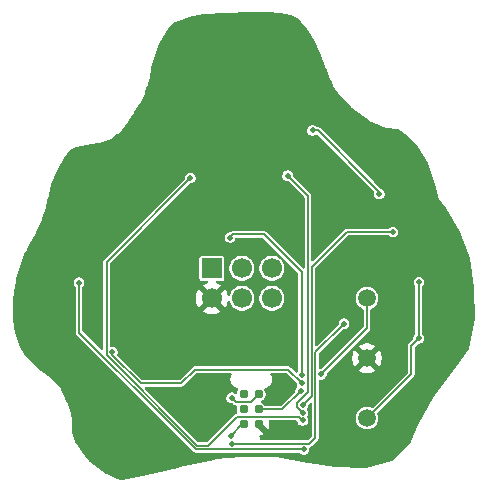
<source format=gbl>
G04 #@! TF.GenerationSoftware,KiCad,Pcbnew,9.0.2*
G04 #@! TF.CreationDate,2025-06-26T14:39:59-07:00*
G04 #@! TF.ProjectId,pawb_sao,70617762-5f73-4616-9f2e-6b696361645f,rev?*
G04 #@! TF.SameCoordinates,Original*
G04 #@! TF.FileFunction,Copper,L2,Bot*
G04 #@! TF.FilePolarity,Positive*
%FSLAX46Y46*%
G04 Gerber Fmt 4.6, Leading zero omitted, Abs format (unit mm)*
G04 Created by KiCad (PCBNEW 9.0.2) date 2025-06-26 14:39:59*
%MOMM*%
%LPD*%
G01*
G04 APERTURE LIST*
G04 #@! TA.AperFunction,SMDPad,CuDef*
%ADD10C,1.500000*%
G04 #@! TD*
G04 #@! TA.AperFunction,ComponentPad*
%ADD11R,1.700000X1.700000*%
G04 #@! TD*
G04 #@! TA.AperFunction,ComponentPad*
%ADD12C,1.700000*%
G04 #@! TD*
G04 #@! TA.AperFunction,ConnectorPad*
%ADD13C,0.787400*%
G04 #@! TD*
G04 #@! TA.AperFunction,ViaPad*
%ADD14C,0.500000*%
G04 #@! TD*
G04 #@! TA.AperFunction,Conductor*
%ADD15C,0.160000*%
G04 #@! TD*
G04 APERTURE END LIST*
D10*
X182480000Y-94760000D03*
D11*
X169350002Y-92235001D03*
D12*
X169350002Y-94775001D03*
X171890002Y-92235001D03*
X171890002Y-94775001D03*
X174430003Y-92235000D03*
X174430002Y-94775001D03*
D13*
X172039000Y-105450000D03*
X173309000Y-105450000D03*
X172039000Y-104180000D03*
X173309000Y-104180000D03*
X172039000Y-102910000D03*
X173309000Y-102910000D03*
D10*
X182480000Y-99840000D03*
X182480000Y-104920000D03*
D14*
X186850000Y-98160000D03*
X186880000Y-93380000D03*
X170980000Y-106400000D03*
X174090000Y-103460000D03*
X175320000Y-99890000D03*
X167300000Y-92180000D03*
X176250000Y-96960000D03*
X167420000Y-103480000D03*
X175290000Y-88380000D03*
X167870000Y-98490000D03*
X174150000Y-106320000D03*
X158090000Y-93439998D03*
X177150000Y-107560000D03*
X177027426Y-105112970D03*
X167530000Y-84580000D03*
X177051716Y-104453415D03*
X175770000Y-84380000D03*
X177073123Y-103793760D03*
X184680000Y-89140000D03*
X183521000Y-85930000D03*
X177870000Y-80560000D03*
X176980000Y-101970000D03*
X160920000Y-99340000D03*
X170900000Y-89620000D03*
X176960000Y-101270000D03*
X171090000Y-107070000D03*
X180530000Y-96920000D03*
X178603000Y-101200000D03*
X176860454Y-102619085D03*
X171020000Y-103190000D03*
D15*
X186230000Y-101170000D02*
X186230000Y-98780000D01*
X186230000Y-98780000D02*
X186850000Y-98160000D01*
X186850000Y-98160000D02*
X186850000Y-93410000D01*
X172039000Y-105450000D02*
X171930000Y-105450000D01*
X182480000Y-104920000D02*
X186230000Y-101170000D01*
X171930000Y-105450000D02*
X170980000Y-106400000D01*
X186850000Y-93410000D02*
X186880000Y-93380000D01*
X173309000Y-105479000D02*
X174150000Y-106320000D01*
X173309000Y-105450000D02*
X173309000Y-105479000D01*
X167991659Y-107560000D02*
X177150000Y-107560000D01*
X158090000Y-93439998D02*
X158090000Y-97658340D01*
X158110000Y-97678341D02*
X158120830Y-97689170D01*
X165865629Y-105433970D02*
X167991659Y-107560000D01*
X158090000Y-97658340D02*
X158120830Y-97689170D01*
X158120830Y-97689170D02*
X165865629Y-105433970D01*
X176719222Y-104815300D02*
X177016892Y-105112970D01*
X168124622Y-107239000D02*
X169040000Y-107239000D01*
X169040000Y-107239000D02*
X171463700Y-104815300D01*
X171463700Y-104815300D02*
X176719222Y-104815300D01*
X177016892Y-105112970D02*
X177027426Y-105112970D01*
X167530000Y-84580000D02*
X160429000Y-91681000D01*
X160429000Y-91681000D02*
X160429000Y-99543379D01*
X160429000Y-99543379D02*
X168124622Y-107239000D01*
X177471000Y-86081000D02*
X175770000Y-84380000D01*
X177038399Y-104453415D02*
X176582123Y-103997139D01*
X177051716Y-104453415D02*
X177038399Y-104453415D01*
X176582123Y-103997139D02*
X176582123Y-103590381D01*
X176582123Y-103590381D02*
X177471000Y-102701504D01*
X177471000Y-102701504D02*
X177471000Y-86081000D01*
X184680000Y-89140000D02*
X180780000Y-89140000D01*
X177792000Y-103074883D02*
X177073123Y-103793760D01*
X180780000Y-89140000D02*
X177792000Y-92128000D01*
X177792000Y-92128000D02*
X177792000Y-103074883D01*
X182832733Y-85072733D02*
X178320000Y-80560000D01*
X182832733Y-85072733D02*
X183521000Y-85761000D01*
X178320000Y-80560000D02*
X177870000Y-80560000D01*
X183521000Y-85761000D02*
X183521000Y-85930000D01*
X176965621Y-101970000D02*
X176980000Y-101970000D01*
X160920000Y-99580417D02*
X160920000Y-99340000D01*
X167886300Y-100813700D02*
X175809321Y-100813700D01*
X166730000Y-101970000D02*
X163309583Y-101970000D01*
X175809321Y-100813700D02*
X176965621Y-101970000D01*
X163309583Y-101970000D02*
X160920000Y-99580417D01*
X166730000Y-101970000D02*
X167886300Y-100813700D01*
X176960000Y-101270000D02*
X176960000Y-92578000D01*
X171170000Y-89350000D02*
X173732000Y-89350000D01*
X176960000Y-92578000D02*
X173732000Y-89350000D01*
X170900000Y-89620000D02*
X171170000Y-89350000D01*
X177600000Y-107070000D02*
X178113000Y-106557000D01*
X178113000Y-99337000D02*
X180530000Y-96920000D01*
X171090000Y-107070000D02*
X177600000Y-107070000D01*
X178113000Y-106557000D02*
X178113000Y-102230000D01*
X178113000Y-102230000D02*
X178113000Y-99337000D01*
X175299539Y-104180000D02*
X176860454Y-102619085D01*
X182480000Y-97323000D02*
X182480000Y-94760000D01*
X178603000Y-101200000D02*
X182480000Y-97323000D01*
X173309000Y-104180000D02*
X175299539Y-104180000D01*
X173309000Y-102910000D02*
X172674300Y-103544700D01*
X172674300Y-103544700D02*
X171374700Y-103544700D01*
X171374700Y-103544700D02*
X171020000Y-103190000D01*
G04 #@! TA.AperFunction,Conductor*
G36*
X170998701Y-101113107D02*
G01*
X171034665Y-101162607D01*
X171034665Y-101223793D01*
X171022826Y-101248198D01*
X171015404Y-101259307D01*
X170997078Y-101286733D01*
X170940860Y-101422456D01*
X170940860Y-101422458D01*
X170912200Y-101566542D01*
X170912200Y-101713457D01*
X170940860Y-101857541D01*
X170940860Y-101857543D01*
X170997078Y-101993266D01*
X170997078Y-101993267D01*
X171021160Y-102029307D01*
X171078699Y-102115420D01*
X171182580Y-102219301D01*
X171304731Y-102300920D01*
X171304732Y-102300920D01*
X171304733Y-102300921D01*
X171326374Y-102309885D01*
X171440458Y-102357140D01*
X171518267Y-102372616D01*
X171571650Y-102402512D01*
X171597267Y-102458077D01*
X171585331Y-102518087D01*
X171568960Y-102539714D01*
X171563524Y-102545150D01*
X171563518Y-102545157D01*
X171485295Y-102680642D01*
X171458343Y-102781230D01*
X171425018Y-102832545D01*
X171367897Y-102854471D01*
X171308796Y-102838635D01*
X171302006Y-102833137D01*
X171301759Y-102833460D01*
X171296608Y-102829507D01*
X171193889Y-102770202D01*
X171193890Y-102770202D01*
X171180351Y-102766574D01*
X171079309Y-102739500D01*
X170960691Y-102739500D01*
X170890567Y-102758289D01*
X170846109Y-102770202D01*
X170743391Y-102829507D01*
X170659507Y-102913391D01*
X170600202Y-103016109D01*
X170593888Y-103039673D01*
X170569500Y-103130691D01*
X170569500Y-103249309D01*
X170576342Y-103274842D01*
X170600202Y-103363890D01*
X170659507Y-103466608D01*
X170659509Y-103466610D01*
X170659511Y-103466613D01*
X170743387Y-103550489D01*
X170743389Y-103550490D01*
X170743391Y-103550492D01*
X170846110Y-103609797D01*
X170846111Y-103609797D01*
X170846114Y-103609799D01*
X170960691Y-103640500D01*
X171032805Y-103640500D01*
X171090996Y-103659407D01*
X171102809Y-103669496D01*
X171150244Y-103716931D01*
X171150243Y-103716931D01*
X171176918Y-103743605D01*
X171202469Y-103769156D01*
X171266431Y-103806084D01*
X171337772Y-103825200D01*
X171389888Y-103825200D01*
X171448079Y-103844107D01*
X171484043Y-103893607D01*
X171485515Y-103949823D01*
X171485294Y-103950646D01*
X171485294Y-103950647D01*
X171444800Y-104101772D01*
X171444800Y-104258228D01*
X171485294Y-104409353D01*
X171486974Y-104415621D01*
X171484009Y-104416415D01*
X171487814Y-104464873D01*
X171455836Y-104517036D01*
X171417178Y-104537370D01*
X171355434Y-104553914D01*
X171355433Y-104553914D01*
X171291466Y-104590846D01*
X168952810Y-106929504D01*
X168898293Y-106957281D01*
X168882806Y-106958500D01*
X168281817Y-106958500D01*
X168223626Y-106939593D01*
X168211813Y-106929504D01*
X166012331Y-104730022D01*
X163701811Y-102419503D01*
X163674035Y-102364987D01*
X163683606Y-102304555D01*
X163726871Y-102261290D01*
X163771816Y-102250500D01*
X166766930Y-102250500D01*
X166766930Y-102250499D01*
X166838269Y-102231384D01*
X166854138Y-102222222D01*
X166902231Y-102194456D01*
X166954456Y-102142231D01*
X166954457Y-102142228D01*
X167539791Y-101556895D01*
X167973492Y-101123196D01*
X168028008Y-101095419D01*
X168043495Y-101094200D01*
X170940510Y-101094200D01*
X170998701Y-101113107D01*
G37*
G04 #@! TD.AperFunction*
G04 #@! TA.AperFunction,Conductor*
G36*
X177778445Y-103581867D02*
G01*
X177821710Y-103625132D01*
X177832500Y-103670077D01*
X177832500Y-106399806D01*
X177813593Y-106457997D01*
X177803504Y-106469809D01*
X177512811Y-106760503D01*
X177458294Y-106788281D01*
X177442807Y-106789500D01*
X173518800Y-106789500D01*
X173460609Y-106770593D01*
X173424645Y-106721093D01*
X173419800Y-106690500D01*
X173419800Y-106646547D01*
X173419799Y-106646542D01*
X173405347Y-106573886D01*
X173391140Y-106502458D01*
X173376996Y-106468313D01*
X173372196Y-106407318D01*
X173404166Y-106355149D01*
X173449147Y-106333331D01*
X173569681Y-106309355D01*
X173732330Y-106241983D01*
X173732332Y-106241982D01*
X173741380Y-106235935D01*
X173202226Y-105696781D01*
X173174449Y-105642264D01*
X173184020Y-105581832D01*
X173202226Y-105556773D01*
X173308999Y-105450000D01*
X173309000Y-105450000D01*
X173309000Y-105449999D01*
X173415773Y-105343226D01*
X173470290Y-105315449D01*
X173530722Y-105325020D01*
X173555781Y-105343226D01*
X174094935Y-105882380D01*
X174100982Y-105873332D01*
X174100983Y-105873330D01*
X174168355Y-105710681D01*
X174202699Y-105538024D01*
X174202700Y-105538020D01*
X174202700Y-105361979D01*
X174202699Y-105361977D01*
X174173287Y-105214115D01*
X174180479Y-105153353D01*
X174222011Y-105108423D01*
X174270385Y-105095800D01*
X176480468Y-105095800D01*
X176538659Y-105114707D01*
X176574623Y-105164207D01*
X176576095Y-105169177D01*
X176607628Y-105286860D01*
X176666933Y-105389578D01*
X176666935Y-105389580D01*
X176666937Y-105389583D01*
X176750813Y-105473459D01*
X176750815Y-105473460D01*
X176750817Y-105473462D01*
X176853536Y-105532767D01*
X176853537Y-105532767D01*
X176853540Y-105532769D01*
X176968117Y-105563470D01*
X176968119Y-105563470D01*
X177086733Y-105563470D01*
X177086735Y-105563470D01*
X177201312Y-105532769D01*
X177201314Y-105532767D01*
X177201316Y-105532767D01*
X177304034Y-105473462D01*
X177304034Y-105473461D01*
X177304039Y-105473459D01*
X177387915Y-105389583D01*
X177392476Y-105381684D01*
X177447223Y-105286860D01*
X177447223Y-105286858D01*
X177447225Y-105286856D01*
X177477926Y-105172279D01*
X177477926Y-105053661D01*
X177447225Y-104939084D01*
X177395868Y-104850133D01*
X177383147Y-104790285D01*
X177408033Y-104734390D01*
X177411577Y-104730655D01*
X177412205Y-104730028D01*
X177412207Y-104730023D01*
X177412209Y-104730022D01*
X177471513Y-104627305D01*
X177471513Y-104627303D01*
X177471515Y-104627301D01*
X177502216Y-104512724D01*
X177502216Y-104394106D01*
X177471515Y-104279529D01*
X177471513Y-104279526D01*
X177471513Y-104279524D01*
X177419068Y-104188687D01*
X177406346Y-104128839D01*
X177429978Y-104075760D01*
X177429663Y-104075519D01*
X177430670Y-104074205D01*
X177431233Y-104072943D01*
X177433357Y-104070704D01*
X177433608Y-104070376D01*
X177433612Y-104070373D01*
X177454573Y-104034068D01*
X177492920Y-103967650D01*
X177492920Y-103967648D01*
X177492922Y-103967646D01*
X177523623Y-103853069D01*
X177523623Y-103780954D01*
X177526091Y-103773356D01*
X177524842Y-103765467D01*
X177535366Y-103744811D01*
X177542530Y-103722763D01*
X177552619Y-103710950D01*
X177663496Y-103600073D01*
X177718013Y-103572296D01*
X177778445Y-103581867D01*
G37*
G04 #@! TD.AperFunction*
G04 #@! TA.AperFunction,Conductor*
G36*
X175710318Y-101113107D02*
G01*
X175722131Y-101123196D01*
X176500504Y-101901569D01*
X176528281Y-101956086D01*
X176529500Y-101971573D01*
X176529500Y-102029309D01*
X176549813Y-102105118D01*
X176560202Y-102143890D01*
X176572857Y-102165808D01*
X176585579Y-102225656D01*
X176560693Y-102281552D01*
X176557125Y-102285311D01*
X176499965Y-102342471D01*
X176499961Y-102342476D01*
X176440656Y-102445194D01*
X176409954Y-102559777D01*
X176409954Y-102631890D01*
X176391047Y-102690081D01*
X176380958Y-102701894D01*
X175212349Y-103870504D01*
X175157832Y-103898281D01*
X175142345Y-103899500D01*
X173890333Y-103899500D01*
X173832142Y-103880593D01*
X173804596Y-103849999D01*
X173801194Y-103844107D01*
X173784478Y-103815153D01*
X173673847Y-103704522D01*
X173673844Y-103704520D01*
X173673842Y-103704518D01*
X173546048Y-103630736D01*
X173505107Y-103585267D01*
X173498711Y-103524416D01*
X173529304Y-103471428D01*
X173546048Y-103459264D01*
X173673842Y-103385481D01*
X173673842Y-103385480D01*
X173673847Y-103385478D01*
X173784478Y-103274847D01*
X173790625Y-103264200D01*
X173862704Y-103139357D01*
X173862704Y-103139355D01*
X173862706Y-103139353D01*
X173903200Y-102988228D01*
X173903200Y-102831772D01*
X173862706Y-102680647D01*
X173862704Y-102680644D01*
X173862704Y-102680642D01*
X173784481Y-102545157D01*
X173784479Y-102545155D01*
X173784478Y-102545153D01*
X173779040Y-102539715D01*
X173751265Y-102485201D01*
X173760836Y-102424769D01*
X173804101Y-102381504D01*
X173829727Y-102372617D01*
X173907542Y-102357140D01*
X174043269Y-102300920D01*
X174165420Y-102219301D01*
X174269301Y-102115420D01*
X174350920Y-101993269D01*
X174407140Y-101857542D01*
X174435800Y-101713455D01*
X174435800Y-101566545D01*
X174407140Y-101422458D01*
X174350920Y-101286731D01*
X174325174Y-101248200D01*
X174308566Y-101189314D01*
X174329743Y-101131910D01*
X174380616Y-101097917D01*
X174407490Y-101094200D01*
X175652127Y-101094200D01*
X175710318Y-101113107D01*
G37*
G04 #@! TD.AperFunction*
G04 #@! TA.AperFunction,Conductor*
G36*
X174017047Y-70550574D02*
G01*
X175197642Y-70579137D01*
X175214086Y-70580917D01*
X176052204Y-70743410D01*
X176081119Y-70753881D01*
X176590718Y-71034529D01*
X176618743Y-71057546D01*
X176894557Y-71385670D01*
X177113322Y-71645924D01*
X177117598Y-71651390D01*
X177376684Y-72007632D01*
X177723740Y-72484833D01*
X177730217Y-72494983D01*
X178053064Y-73076108D01*
X178055992Y-73081806D01*
X178487523Y-73992815D01*
X178490592Y-74000016D01*
X178916548Y-75120470D01*
X178919856Y-75129170D01*
X178920210Y-75132263D01*
X178943263Y-75190739D01*
X178943482Y-75191314D01*
X178965579Y-75249443D01*
X178965866Y-75249974D01*
X178970816Y-75260630D01*
X179336570Y-76188398D01*
X179337015Y-76189527D01*
X179339511Y-76195857D01*
X179344893Y-76220631D01*
X179363569Y-76256886D01*
X179365390Y-76261504D01*
X179365393Y-76261510D01*
X179378543Y-76294864D01*
X179388864Y-76308804D01*
X179397306Y-76322375D01*
X179612343Y-76739800D01*
X179706729Y-76923018D01*
X179725431Y-76966889D01*
X179736803Y-76981399D01*
X179741096Y-76989732D01*
X179741097Y-76989734D01*
X179745243Y-76997781D01*
X179745248Y-76997788D01*
X179774891Y-77030417D01*
X179779521Y-77035900D01*
X180319303Y-77724587D01*
X180329921Y-77744410D01*
X180359793Y-77776247D01*
X180386726Y-77810610D01*
X180397846Y-77818962D01*
X180410578Y-77830373D01*
X181123283Y-78589967D01*
X181154144Y-78627730D01*
X181168223Y-78637863D01*
X181174791Y-78644863D01*
X181180094Y-78650515D01*
X181198418Y-78661887D01*
X181218644Y-78674439D01*
X181224264Y-78678198D01*
X182774228Y-79793777D01*
X182774228Y-79793778D01*
X182774790Y-79794182D01*
X182824859Y-79831302D01*
X182828189Y-79832617D01*
X182831099Y-79834711D01*
X182831110Y-79834717D01*
X182888828Y-79856577D01*
X182890128Y-79857080D01*
X184073830Y-80324594D01*
X184132537Y-80348462D01*
X184135058Y-80348776D01*
X184137426Y-80349712D01*
X184137429Y-80349713D01*
X184200127Y-80356913D01*
X184200758Y-80356989D01*
X185031036Y-80460773D01*
X185070049Y-80474334D01*
X185932048Y-80996507D01*
X185952511Y-81012977D01*
X186811489Y-81916693D01*
X186824673Y-81934045D01*
X187664029Y-83336046D01*
X187673572Y-83357340D01*
X188208874Y-85068396D01*
X188209943Y-85072057D01*
X188487070Y-86094557D01*
X188487069Y-86094557D01*
X188488698Y-86100568D01*
X188493474Y-86134666D01*
X188505858Y-86163883D01*
X188507625Y-86170400D01*
X188507628Y-86170408D01*
X188514164Y-86194523D01*
X188528343Y-86218921D01*
X188531469Y-86224300D01*
X188544907Y-86255999D01*
X188564428Y-86281010D01*
X188567824Y-86286853D01*
X188580381Y-86308459D01*
X188580382Y-86308461D01*
X188580383Y-86308462D01*
X188580384Y-86308463D01*
X188600401Y-86328366D01*
X188608631Y-86337646D01*
X189195986Y-87090196D01*
X189199485Y-87094679D01*
X189207248Y-87106212D01*
X190379053Y-89142463D01*
X190386543Y-89158724D01*
X191169382Y-91364037D01*
X191173935Y-91382101D01*
X191559695Y-93889548D01*
X191560803Y-93901692D01*
X191637637Y-96514087D01*
X191635602Y-96537174D01*
X191116250Y-99031920D01*
X191099414Y-99069942D01*
X190007551Y-100572421D01*
X190006745Y-100573515D01*
X188252459Y-102919133D01*
X188248619Y-102924268D01*
X188225289Y-102948254D01*
X188209326Y-102976805D01*
X188205392Y-102982066D01*
X188205389Y-102982067D01*
X188189733Y-103003002D01*
X188189732Y-103003005D01*
X188179691Y-103028118D01*
X188174180Y-103039673D01*
X186794906Y-105506823D01*
X186794905Y-105506822D01*
X186791305Y-105513260D01*
X186773793Y-105535903D01*
X186759299Y-105570511D01*
X186756561Y-105575411D01*
X186740984Y-105603276D01*
X186740979Y-105603287D01*
X186735758Y-105623906D01*
X186731105Y-105637839D01*
X186128323Y-107077321D01*
X186104419Y-107111583D01*
X184599076Y-108511288D01*
X184556975Y-108534497D01*
X182369367Y-109113038D01*
X182340040Y-109116247D01*
X179750484Y-109011136D01*
X179740559Y-109010231D01*
X177528754Y-108695663D01*
X177526016Y-108695234D01*
X174815925Y-108232055D01*
X174815925Y-108232054D01*
X174810695Y-108231160D01*
X174773060Y-108220496D01*
X174746021Y-108220108D01*
X174738443Y-108218813D01*
X174719367Y-108215553D01*
X174685680Y-108218678D01*
X174675117Y-108219091D01*
X171961417Y-108180185D01*
X171961416Y-108180185D01*
X171954108Y-108180080D01*
X171925535Y-108175420D01*
X171888505Y-108179139D01*
X171882831Y-108179058D01*
X171882830Y-108179057D01*
X171851289Y-108178606D01*
X171851286Y-108178607D01*
X171830300Y-108183908D01*
X171815951Y-108186427D01*
X169712978Y-108397684D01*
X169712979Y-108397685D01*
X169705873Y-108398398D01*
X169676096Y-108397094D01*
X169640592Y-108404957D01*
X169634782Y-108405541D01*
X169634777Y-108405541D01*
X169604411Y-108408593D01*
X169604409Y-108408593D01*
X169604406Y-108408594D01*
X169583201Y-108416621D01*
X169569562Y-108420690D01*
X166612171Y-109075747D01*
X166604242Y-109077502D01*
X166602352Y-109077435D01*
X166540216Y-109091683D01*
X166539671Y-109091804D01*
X166539551Y-109091832D01*
X166475486Y-109106023D01*
X166467839Y-109108280D01*
X163880170Y-109701693D01*
X163879473Y-109701850D01*
X161736719Y-110176983D01*
X161686052Y-110174916D01*
X161326403Y-110063752D01*
X161313975Y-110058973D01*
X160430959Y-109649326D01*
X160415184Y-109640154D01*
X159739975Y-109159183D01*
X159736850Y-109156863D01*
X159054125Y-108628889D01*
X159037050Y-108612003D01*
X158970715Y-108528163D01*
X158368029Y-107766434D01*
X158366249Y-107764114D01*
X158354513Y-107748338D01*
X157817351Y-107026250D01*
X157803134Y-106999268D01*
X157789156Y-106958500D01*
X157504586Y-106128502D01*
X157499244Y-106097648D01*
X157498756Y-106059080D01*
X157491053Y-105450538D01*
X157494348Y-105431808D01*
X157490222Y-105384876D01*
X157489626Y-105337778D01*
X157486985Y-105328402D01*
X157483660Y-105310239D01*
X157471532Y-105172279D01*
X157413011Y-104506607D01*
X157414747Y-104491445D01*
X157407258Y-104441168D01*
X157402807Y-104390530D01*
X157401010Y-104385599D01*
X157401010Y-104385598D01*
X157397579Y-104376184D01*
X157395333Y-104361099D01*
X157375098Y-104314498D01*
X157374074Y-104311688D01*
X157362351Y-104279524D01*
X157357682Y-104266712D01*
X157354668Y-104262412D01*
X157344931Y-104245024D01*
X157334758Y-104221596D01*
X157041613Y-103546471D01*
X157040804Y-103544551D01*
X157032567Y-103524416D01*
X156786386Y-102922640D01*
X156778684Y-102892445D01*
X156761544Y-102861915D01*
X156759232Y-102856262D01*
X156759231Y-102856260D01*
X156748289Y-102829511D01*
X156748286Y-102829507D01*
X156733581Y-102810167D01*
X156726060Y-102798709D01*
X156682034Y-102720287D01*
X156457185Y-102319775D01*
X156456392Y-102316814D01*
X156424944Y-102262345D01*
X156394171Y-102207531D01*
X156393862Y-102207118D01*
X156393627Y-102206761D01*
X156392744Y-102205611D01*
X156391997Y-102204625D01*
X156391092Y-102203415D01*
X156390806Y-102203085D01*
X156390502Y-102202689D01*
X156346455Y-102158642D01*
X156346455Y-102158641D01*
X156346027Y-102158213D01*
X156302115Y-102113230D01*
X156299480Y-102111665D01*
X156292940Y-102105125D01*
X156292932Y-102105118D01*
X155836765Y-101648951D01*
X155829643Y-101641016D01*
X155808606Y-101614876D01*
X155808603Y-101614873D01*
X155808602Y-101614872D01*
X155792758Y-101603287D01*
X155781199Y-101593385D01*
X155767314Y-101579500D01*
X155767311Y-101579498D01*
X155767309Y-101579496D01*
X155738243Y-101562715D01*
X155729310Y-101556895D01*
X154858090Y-100919873D01*
X154847878Y-100911294D01*
X154567473Y-100641471D01*
X154353447Y-100435522D01*
X154351387Y-100433479D01*
X153866711Y-99938380D01*
X153481866Y-99545258D01*
X153466581Y-99524992D01*
X153117763Y-98912434D01*
X153111278Y-98898689D01*
X152669918Y-97740119D01*
X152664646Y-97720325D01*
X152473594Y-96510329D01*
X152472463Y-96490934D01*
X152529917Y-95054569D01*
X152529988Y-95053093D01*
X152530868Y-95037251D01*
X152577448Y-94198817D01*
X152579122Y-94185386D01*
X152735970Y-93380689D01*
X157639500Y-93380689D01*
X157639500Y-93499307D01*
X157654126Y-93553890D01*
X157670202Y-93613888D01*
X157729507Y-93716606D01*
X157729509Y-93716608D01*
X157729511Y-93716611D01*
X157780505Y-93767605D01*
X157808281Y-93822120D01*
X157809500Y-93837607D01*
X157809500Y-97695268D01*
X157812015Y-97704657D01*
X157812016Y-97704659D01*
X157814863Y-97715283D01*
X157828616Y-97766609D01*
X157865544Y-97830571D01*
X157885546Y-97850573D01*
X157885552Y-97850583D01*
X157891911Y-97856941D01*
X157917765Y-97882792D01*
X157917767Y-97882797D01*
X157917769Y-97882796D01*
X165693397Y-105658425D01*
X165693399Y-105658426D01*
X167767202Y-107732230D01*
X167767203Y-107732231D01*
X167767202Y-107732231D01*
X167819426Y-107784455D01*
X167819428Y-107784456D01*
X167856593Y-107805913D01*
X167883390Y-107821384D01*
X167883392Y-107821384D01*
X167883393Y-107821385D01*
X167919060Y-107830942D01*
X167954727Y-107840499D01*
X167954729Y-107840500D01*
X167954730Y-107840500D01*
X167954731Y-107840500D01*
X176752390Y-107840500D01*
X176810581Y-107859407D01*
X176822393Y-107869496D01*
X176873385Y-107920488D01*
X176873391Y-107920492D01*
X176976110Y-107979797D01*
X176976111Y-107979797D01*
X176976114Y-107979799D01*
X177090691Y-108010500D01*
X177090693Y-108010500D01*
X177209307Y-108010500D01*
X177209309Y-108010500D01*
X177323886Y-107979799D01*
X177323888Y-107979797D01*
X177323890Y-107979797D01*
X177426608Y-107920492D01*
X177426608Y-107920491D01*
X177426613Y-107920489D01*
X177510489Y-107836613D01*
X177528214Y-107805913D01*
X177569797Y-107733890D01*
X177569797Y-107733888D01*
X177569799Y-107733886D01*
X177600500Y-107619309D01*
X177600500Y-107500691D01*
X177591015Y-107465293D01*
X177594216Y-107404194D01*
X177632720Y-107356644D01*
X177661013Y-107344046D01*
X177708269Y-107331384D01*
X177772231Y-107294456D01*
X177824456Y-107242231D01*
X177824456Y-107242229D01*
X177832606Y-107234080D01*
X177832607Y-107234077D01*
X178337456Y-106729231D01*
X178365590Y-106680500D01*
X178374384Y-106665269D01*
X178393500Y-106593928D01*
X178393500Y-104826381D01*
X181529500Y-104826381D01*
X181529500Y-105013618D01*
X181566026Y-105197249D01*
X181637677Y-105370229D01*
X181637681Y-105370238D01*
X181706653Y-105473459D01*
X181741698Y-105525908D01*
X181874092Y-105658302D01*
X181931680Y-105696781D01*
X182029761Y-105762318D01*
X182029767Y-105762320D01*
X182029769Y-105762322D01*
X182202749Y-105833973D01*
X182386384Y-105870500D01*
X182386385Y-105870500D01*
X182573615Y-105870500D01*
X182573616Y-105870500D01*
X182757251Y-105833973D01*
X182930231Y-105762322D01*
X182930234Y-105762319D01*
X182930238Y-105762318D01*
X183007517Y-105710681D01*
X183085908Y-105658302D01*
X183218302Y-105525908D01*
X183292282Y-105415187D01*
X183322318Y-105370238D01*
X183322319Y-105370234D01*
X183322322Y-105370231D01*
X183393973Y-105197251D01*
X183430500Y-105013616D01*
X183430500Y-104826384D01*
X183393973Y-104642749D01*
X183350323Y-104537370D01*
X183348982Y-104534132D01*
X183344181Y-104473135D01*
X183370440Y-104426244D01*
X186454456Y-101342231D01*
X186491384Y-101278269D01*
X186510500Y-101206929D01*
X186510500Y-101133071D01*
X186510500Y-98937193D01*
X186529407Y-98879002D01*
X186539497Y-98867189D01*
X186767191Y-98639496D01*
X186821707Y-98611719D01*
X186837194Y-98610500D01*
X186909307Y-98610500D01*
X186909309Y-98610500D01*
X187023886Y-98579799D01*
X187023888Y-98579797D01*
X187023890Y-98579797D01*
X187126608Y-98520492D01*
X187126608Y-98520491D01*
X187126613Y-98520489D01*
X187210489Y-98436613D01*
X187269799Y-98333886D01*
X187300500Y-98219309D01*
X187300500Y-98100691D01*
X187269799Y-97986114D01*
X187269797Y-97986111D01*
X187269797Y-97986109D01*
X187210492Y-97883391D01*
X187210488Y-97883385D01*
X187159496Y-97832393D01*
X187131719Y-97777876D01*
X187130500Y-97762390D01*
X187130500Y-93807609D01*
X187149407Y-93749418D01*
X187159490Y-93737611D01*
X187240489Y-93656613D01*
X187299799Y-93553886D01*
X187330500Y-93439309D01*
X187330500Y-93320691D01*
X187299799Y-93206114D01*
X187299797Y-93206111D01*
X187299797Y-93206109D01*
X187240492Y-93103391D01*
X187240490Y-93103389D01*
X187240489Y-93103387D01*
X187156613Y-93019511D01*
X187156610Y-93019509D01*
X187156608Y-93019507D01*
X187053889Y-92960202D01*
X187053890Y-92960202D01*
X187040351Y-92956574D01*
X186939309Y-92929500D01*
X186820691Y-92929500D01*
X186750567Y-92948289D01*
X186706109Y-92960202D01*
X186603391Y-93019507D01*
X186519507Y-93103391D01*
X186460202Y-93206109D01*
X186449746Y-93245131D01*
X186429500Y-93320691D01*
X186429500Y-93439309D01*
X186440043Y-93478656D01*
X186460202Y-93553890D01*
X186519507Y-93656608D01*
X186519509Y-93656610D01*
X186519511Y-93656613D01*
X186540505Y-93677607D01*
X186568281Y-93732122D01*
X186569500Y-93747609D01*
X186569500Y-97762390D01*
X186550593Y-97820581D01*
X186540504Y-97832393D01*
X186489511Y-97883385D01*
X186489507Y-97883391D01*
X186430202Y-97986109D01*
X186399500Y-98100692D01*
X186399500Y-98172805D01*
X186380593Y-98230996D01*
X186370504Y-98242809D01*
X186057771Y-98555542D01*
X186057769Y-98555544D01*
X186057768Y-98555543D01*
X186005546Y-98607766D01*
X186005544Y-98607768D01*
X186005544Y-98607769D01*
X185998033Y-98620778D01*
X185968616Y-98671730D01*
X185968616Y-98671731D01*
X185949500Y-98743072D01*
X185949500Y-98743074D01*
X185949500Y-101012805D01*
X185930593Y-101070996D01*
X185920504Y-101082809D01*
X182973755Y-104029557D01*
X182919238Y-104057334D01*
X182865865Y-104051017D01*
X182757251Y-104006027D01*
X182757249Y-104006026D01*
X182573618Y-103969500D01*
X182573616Y-103969500D01*
X182386384Y-103969500D01*
X182386381Y-103969500D01*
X182202750Y-104006026D01*
X182029770Y-104077677D01*
X182029761Y-104077681D01*
X181874092Y-104181698D01*
X181874088Y-104181701D01*
X181741701Y-104314088D01*
X181741698Y-104314092D01*
X181637681Y-104469761D01*
X181637677Y-104469770D01*
X181566026Y-104642750D01*
X181529500Y-104826381D01*
X178393500Y-104826381D01*
X178393500Y-102193072D01*
X178393500Y-101739275D01*
X178412407Y-101681084D01*
X178461907Y-101645120D01*
X178518123Y-101643649D01*
X178543691Y-101650500D01*
X178543692Y-101650500D01*
X178662307Y-101650500D01*
X178662309Y-101650500D01*
X178776886Y-101619799D01*
X178776888Y-101619797D01*
X178776890Y-101619797D01*
X178879608Y-101560492D01*
X178879608Y-101560491D01*
X178879613Y-101560489D01*
X178963489Y-101476613D01*
X179022799Y-101373886D01*
X179053500Y-101259309D01*
X179053500Y-101187194D01*
X179072407Y-101129003D01*
X179082496Y-101117190D01*
X179316008Y-100883678D01*
X181789874Y-100883678D01*
X181824860Y-100909097D01*
X182000170Y-100998421D01*
X182000173Y-100998423D01*
X182187285Y-101059220D01*
X182187289Y-101059221D01*
X182381620Y-101090000D01*
X182578380Y-101090000D01*
X182772710Y-101059221D01*
X182772714Y-101059220D01*
X182959826Y-100998423D01*
X182959829Y-100998421D01*
X183135142Y-100909096D01*
X183135148Y-100909092D01*
X183170125Y-100883679D01*
X183170125Y-100883678D01*
X182480000Y-100193553D01*
X181789874Y-100883678D01*
X179316008Y-100883678D01*
X180458067Y-99741619D01*
X181230000Y-99741619D01*
X181230000Y-99938380D01*
X181260778Y-100132710D01*
X181260779Y-100132714D01*
X181321576Y-100319826D01*
X181321578Y-100319829D01*
X181410907Y-100495148D01*
X181436319Y-100530125D01*
X182126444Y-99840000D01*
X182833553Y-99840000D01*
X183523678Y-100530125D01*
X183523679Y-100530125D01*
X183549092Y-100495148D01*
X183549096Y-100495142D01*
X183638421Y-100319829D01*
X183638423Y-100319826D01*
X183699220Y-100132714D01*
X183699221Y-100132710D01*
X183730000Y-99938380D01*
X183730000Y-99741619D01*
X183699221Y-99547289D01*
X183699220Y-99547285D01*
X183638423Y-99360173D01*
X183638421Y-99360170D01*
X183549097Y-99184860D01*
X183523678Y-99149874D01*
X182833553Y-99840000D01*
X182126444Y-99840000D01*
X182126445Y-99839999D01*
X181436319Y-99149873D01*
X181410904Y-99184856D01*
X181321578Y-99360170D01*
X181321576Y-99360173D01*
X181260779Y-99547285D01*
X181260778Y-99547289D01*
X181230000Y-99741619D01*
X180458067Y-99741619D01*
X180865502Y-99334184D01*
X181403367Y-98796319D01*
X181789873Y-98796319D01*
X182479999Y-99486445D01*
X183170125Y-98796319D01*
X183135148Y-98770907D01*
X182959829Y-98681578D01*
X182959826Y-98681576D01*
X182772714Y-98620779D01*
X182772710Y-98620778D01*
X182578380Y-98590000D01*
X182381620Y-98590000D01*
X182187289Y-98620778D01*
X182187285Y-98620779D01*
X182000173Y-98681576D01*
X182000170Y-98681578D01*
X181824856Y-98770904D01*
X181789873Y-98796319D01*
X181403367Y-98796319D01*
X182704456Y-97495231D01*
X182741384Y-97431269D01*
X182760500Y-97359929D01*
X182760500Y-97286071D01*
X182760500Y-95738776D01*
X182779407Y-95680585D01*
X182821614Y-95647312D01*
X182930231Y-95602322D01*
X182930233Y-95602320D01*
X182930238Y-95602318D01*
X182975187Y-95572282D01*
X183085908Y-95498302D01*
X183218302Y-95365908D01*
X183301812Y-95240926D01*
X183322318Y-95210238D01*
X183322319Y-95210234D01*
X183322322Y-95210231D01*
X183393973Y-95037251D01*
X183430500Y-94853616D01*
X183430500Y-94666384D01*
X183393973Y-94482749D01*
X183322322Y-94309769D01*
X183322320Y-94309767D01*
X183322318Y-94309761D01*
X183248192Y-94198826D01*
X183218302Y-94154092D01*
X183085908Y-94021698D01*
X183041559Y-93992065D01*
X182930238Y-93917681D01*
X182930229Y-93917677D01*
X182757249Y-93846026D01*
X182573618Y-93809500D01*
X182573616Y-93809500D01*
X182386384Y-93809500D01*
X182386381Y-93809500D01*
X182202750Y-93846026D01*
X182029770Y-93917677D01*
X182029761Y-93917681D01*
X181874092Y-94021698D01*
X181874088Y-94021701D01*
X181741701Y-94154088D01*
X181741698Y-94154092D01*
X181637681Y-94309761D01*
X181637677Y-94309770D01*
X181566026Y-94482750D01*
X181529500Y-94666381D01*
X181529500Y-94853618D01*
X181566026Y-95037249D01*
X181637677Y-95210229D01*
X181637681Y-95210238D01*
X181712065Y-95321559D01*
X181741698Y-95365908D01*
X181874092Y-95498302D01*
X181931584Y-95536717D01*
X182029761Y-95602318D01*
X182029773Y-95602324D01*
X182088111Y-95626488D01*
X182138385Y-95647312D01*
X182184911Y-95687048D01*
X182199500Y-95738776D01*
X182199500Y-97165805D01*
X182180593Y-97223996D01*
X182170504Y-97235809D01*
X178685810Y-100720504D01*
X178682400Y-100722241D01*
X178680416Y-100725510D01*
X178664080Y-100731575D01*
X178631293Y-100748281D01*
X178623987Y-100749161D01*
X178619899Y-100749500D01*
X178543691Y-100749500D01*
X178509541Y-100758650D01*
X178500681Y-100759385D01*
X178479132Y-100754307D01*
X178457020Y-100753148D01*
X178449963Y-100747433D01*
X178441126Y-100745351D01*
X178426676Y-100728574D01*
X178409471Y-100714642D01*
X178406743Y-100705433D01*
X178401195Y-100698992D01*
X178399779Y-100681924D01*
X178393500Y-100660724D01*
X178393500Y-99494194D01*
X178412407Y-99436003D01*
X178422496Y-99424190D01*
X180447191Y-97399496D01*
X180501708Y-97371719D01*
X180517195Y-97370500D01*
X180589307Y-97370500D01*
X180589309Y-97370500D01*
X180703886Y-97339799D01*
X180703888Y-97339797D01*
X180703890Y-97339797D01*
X180806608Y-97280492D01*
X180806608Y-97280491D01*
X180806613Y-97280489D01*
X180890489Y-97196613D01*
X180949799Y-97093886D01*
X180980500Y-96979309D01*
X180980500Y-96860691D01*
X180949799Y-96746114D01*
X180949797Y-96746111D01*
X180949797Y-96746109D01*
X180890492Y-96643391D01*
X180890490Y-96643389D01*
X180890489Y-96643387D01*
X180806613Y-96559511D01*
X180806610Y-96559509D01*
X180806608Y-96559507D01*
X180703889Y-96500202D01*
X180703890Y-96500202D01*
X180690351Y-96496574D01*
X180589309Y-96469500D01*
X180470691Y-96469500D01*
X180400567Y-96488289D01*
X180356109Y-96500202D01*
X180253391Y-96559507D01*
X180169507Y-96643391D01*
X180110202Y-96746109D01*
X180079500Y-96860692D01*
X180079500Y-96932805D01*
X180060593Y-96990996D01*
X180050504Y-97002809D01*
X178241504Y-98811809D01*
X178186987Y-98839586D01*
X178126555Y-98830015D01*
X178083290Y-98786750D01*
X178072500Y-98741805D01*
X178072500Y-92285194D01*
X178091407Y-92227003D01*
X178101496Y-92215190D01*
X180867191Y-89449496D01*
X180921708Y-89421719D01*
X180937195Y-89420500D01*
X184282390Y-89420500D01*
X184340581Y-89439407D01*
X184352393Y-89449496D01*
X184403385Y-89500488D01*
X184403391Y-89500492D01*
X184506110Y-89559797D01*
X184506111Y-89559797D01*
X184506114Y-89559799D01*
X184620691Y-89590500D01*
X184620693Y-89590500D01*
X184739307Y-89590500D01*
X184739309Y-89590500D01*
X184853886Y-89559799D01*
X184853888Y-89559797D01*
X184853890Y-89559797D01*
X184956608Y-89500492D01*
X184956608Y-89500491D01*
X184956613Y-89500489D01*
X185040489Y-89416613D01*
X185082764Y-89343391D01*
X185099797Y-89313890D01*
X185099797Y-89313888D01*
X185099799Y-89313886D01*
X185130500Y-89199309D01*
X185130500Y-89080691D01*
X185099799Y-88966114D01*
X185099797Y-88966111D01*
X185099797Y-88966109D01*
X185040492Y-88863391D01*
X185040490Y-88863389D01*
X185040489Y-88863387D01*
X184956613Y-88779511D01*
X184956610Y-88779509D01*
X184956608Y-88779507D01*
X184853889Y-88720202D01*
X184853890Y-88720202D01*
X184840351Y-88716574D01*
X184739309Y-88689500D01*
X184620691Y-88689500D01*
X184550567Y-88708289D01*
X184506109Y-88720202D01*
X184403391Y-88779507D01*
X184403385Y-88779511D01*
X184352393Y-88830504D01*
X184297876Y-88858281D01*
X184282390Y-88859500D01*
X180816929Y-88859500D01*
X180743071Y-88859500D01*
X180734230Y-88861868D01*
X180685922Y-88874812D01*
X180685923Y-88874813D01*
X180671732Y-88878615D01*
X180607766Y-88915546D01*
X177920504Y-91602809D01*
X177865987Y-91630586D01*
X177805555Y-91621015D01*
X177762290Y-91577750D01*
X177751500Y-91532805D01*
X177751500Y-86044071D01*
X177740804Y-86004157D01*
X177740803Y-86004153D01*
X177732385Y-85972733D01*
X177732383Y-85972729D01*
X177729033Y-85966926D01*
X177729033Y-85966925D01*
X177713449Y-85939933D01*
X177695456Y-85908769D01*
X177678620Y-85891933D01*
X177643231Y-85856543D01*
X177643231Y-85856544D01*
X176249496Y-84462809D01*
X176221719Y-84408292D01*
X176220500Y-84392805D01*
X176220500Y-84320692D01*
X176215863Y-84303387D01*
X176189799Y-84206114D01*
X176189797Y-84206111D01*
X176189797Y-84206109D01*
X176130492Y-84103391D01*
X176130490Y-84103389D01*
X176130489Y-84103387D01*
X176046613Y-84019511D01*
X176046610Y-84019509D01*
X176046608Y-84019507D01*
X175943889Y-83960202D01*
X175943890Y-83960202D01*
X175930351Y-83956574D01*
X175829309Y-83929500D01*
X175710691Y-83929500D01*
X175640567Y-83948289D01*
X175596109Y-83960202D01*
X175493391Y-84019507D01*
X175409507Y-84103391D01*
X175350202Y-84206109D01*
X175350201Y-84206114D01*
X175319500Y-84320691D01*
X175319500Y-84439309D01*
X175325797Y-84462809D01*
X175350202Y-84553890D01*
X175409507Y-84656608D01*
X175409509Y-84656610D01*
X175409511Y-84656613D01*
X175493387Y-84740489D01*
X175493389Y-84740490D01*
X175493391Y-84740492D01*
X175596110Y-84799797D01*
X175596111Y-84799797D01*
X175596114Y-84799799D01*
X175710691Y-84830500D01*
X175782806Y-84830500D01*
X175840997Y-84849407D01*
X175852810Y-84859496D01*
X177161504Y-86168190D01*
X177189281Y-86222707D01*
X177190500Y-86238194D01*
X177190500Y-92172805D01*
X177171593Y-92230996D01*
X177122093Y-92266960D01*
X177060907Y-92266960D01*
X177021496Y-92242809D01*
X173956457Y-89177771D01*
X173956456Y-89177769D01*
X173904231Y-89125544D01*
X173840269Y-89088616D01*
X173840266Y-89088615D01*
X173810691Y-89080690D01*
X173768931Y-89069500D01*
X173768929Y-89069500D01*
X173768928Y-89069500D01*
X171133072Y-89069500D01*
X171085511Y-89082244D01*
X171061730Y-89088616D01*
X170997769Y-89125544D01*
X170982807Y-89140505D01*
X170928293Y-89168281D01*
X170912806Y-89169500D01*
X170840691Y-89169500D01*
X170770567Y-89188289D01*
X170726109Y-89200202D01*
X170623391Y-89259507D01*
X170539507Y-89343391D01*
X170480202Y-89446109D01*
X170465631Y-89500488D01*
X170449500Y-89560691D01*
X170449500Y-89679309D01*
X170468140Y-89748873D01*
X170480202Y-89793890D01*
X170539507Y-89896608D01*
X170539509Y-89896610D01*
X170539511Y-89896613D01*
X170623387Y-89980489D01*
X170623389Y-89980490D01*
X170623391Y-89980492D01*
X170726110Y-90039797D01*
X170726111Y-90039797D01*
X170726114Y-90039799D01*
X170840691Y-90070500D01*
X170840693Y-90070500D01*
X170959307Y-90070500D01*
X170959309Y-90070500D01*
X171073886Y-90039799D01*
X171073888Y-90039797D01*
X171073890Y-90039797D01*
X171176608Y-89980492D01*
X171176608Y-89980491D01*
X171176613Y-89980489D01*
X171260489Y-89896613D01*
X171319799Y-89793886D01*
X171343917Y-89703874D01*
X171377240Y-89652563D01*
X171434361Y-89630636D01*
X171439543Y-89630500D01*
X173574806Y-89630500D01*
X173632997Y-89649407D01*
X173644810Y-89659496D01*
X176650504Y-92665190D01*
X176678281Y-92719707D01*
X176679500Y-92735194D01*
X176679500Y-100872390D01*
X176678340Y-100875957D01*
X176679237Y-100879599D01*
X176672065Y-100895272D01*
X176660593Y-100930581D01*
X176656143Y-100936258D01*
X176653447Y-100939450D01*
X176599511Y-100993387D01*
X176581355Y-101024833D01*
X176575664Y-101031574D01*
X176556791Y-101043286D01*
X176540285Y-101058148D01*
X176531328Y-101059089D01*
X176523677Y-101063838D01*
X176501524Y-101062220D01*
X176479434Y-101064542D01*
X176471063Y-101059996D01*
X176462654Y-101059383D01*
X176449540Y-101048310D01*
X176430017Y-101037710D01*
X176033778Y-100641471D01*
X176033777Y-100641469D01*
X175981552Y-100589244D01*
X175917590Y-100552316D01*
X175917589Y-100552315D01*
X175917586Y-100552314D01*
X175846252Y-100533200D01*
X175846250Y-100533200D01*
X175846249Y-100533200D01*
X167923229Y-100533200D01*
X167849371Y-100533200D01*
X167849368Y-100533200D01*
X167778034Y-100552314D01*
X167778033Y-100552314D01*
X167714066Y-100589246D01*
X166642810Y-101660504D01*
X166588293Y-101688281D01*
X166572806Y-101689500D01*
X163466778Y-101689500D01*
X163408587Y-101670593D01*
X163396774Y-101660504D01*
X162396994Y-100660724D01*
X161360316Y-99624047D01*
X161332540Y-99569531D01*
X161338377Y-99520223D01*
X161338119Y-99520154D01*
X161338597Y-99518367D01*
X161338860Y-99516152D01*
X161339793Y-99513895D01*
X161339799Y-99513886D01*
X161370500Y-99399309D01*
X161370500Y-99280691D01*
X161339799Y-99166114D01*
X161339797Y-99166111D01*
X161339797Y-99166109D01*
X161280492Y-99063391D01*
X161280490Y-99063389D01*
X161280489Y-99063387D01*
X161196613Y-98979511D01*
X161196610Y-98979509D01*
X161196608Y-98979507D01*
X161093889Y-98920202D01*
X161093890Y-98920202D01*
X161064899Y-98912434D01*
X160979309Y-98889500D01*
X160860691Y-98889500D01*
X160846076Y-98893416D01*
X160834122Y-98896619D01*
X160773021Y-98893416D01*
X160725471Y-98854910D01*
X160709500Y-98800992D01*
X160709500Y-94668750D01*
X168000002Y-94668750D01*
X168000002Y-94881251D01*
X168033242Y-95091122D01*
X168098906Y-95293216D01*
X168195378Y-95482554D01*
X168195382Y-95482560D01*
X168234730Y-95536717D01*
X168234731Y-95536717D01*
X168867039Y-94904408D01*
X168884077Y-94967994D01*
X168949903Y-95082008D01*
X169042995Y-95175100D01*
X169157009Y-95240926D01*
X169220591Y-95257963D01*
X168588284Y-95890270D01*
X168588284Y-95890271D01*
X168642442Y-95929620D01*
X168642448Y-95929624D01*
X168831786Y-96026096D01*
X169033880Y-96091760D01*
X169243752Y-96125001D01*
X169456252Y-96125001D01*
X169666123Y-96091760D01*
X169868217Y-96026096D01*
X170057558Y-95929621D01*
X170111718Y-95890271D01*
X169479410Y-95257963D01*
X169542995Y-95240926D01*
X169657009Y-95175100D01*
X169750101Y-95082008D01*
X169815927Y-94967994D01*
X169832964Y-94904409D01*
X170465272Y-95536717D01*
X170504622Y-95482557D01*
X170601097Y-95293216D01*
X170666761Y-95091122D01*
X170675361Y-95036824D01*
X170703138Y-94982308D01*
X170757655Y-94954530D01*
X170818087Y-94964101D01*
X170861351Y-95007366D01*
X170870240Y-95032997D01*
X170879871Y-95081419D01*
X170959060Y-95272598D01*
X171074022Y-95444652D01*
X171074025Y-95444656D01*
X171220347Y-95590978D01*
X171392404Y-95705942D01*
X171583582Y-95785131D01*
X171786537Y-95825501D01*
X171786538Y-95825501D01*
X171993466Y-95825501D01*
X171993467Y-95825501D01*
X172196422Y-95785131D01*
X172387600Y-95705942D01*
X172559657Y-95590978D01*
X172705979Y-95444656D01*
X172820943Y-95272599D01*
X172900132Y-95081421D01*
X172940502Y-94878466D01*
X172940502Y-94671536D01*
X172940501Y-94671533D01*
X173379502Y-94671533D01*
X173379502Y-94878468D01*
X173419871Y-95081419D01*
X173499060Y-95272598D01*
X173614022Y-95444652D01*
X173614025Y-95444656D01*
X173760347Y-95590978D01*
X173932404Y-95705942D01*
X174123582Y-95785131D01*
X174326537Y-95825501D01*
X174326538Y-95825501D01*
X174533466Y-95825501D01*
X174533467Y-95825501D01*
X174736422Y-95785131D01*
X174927600Y-95705942D01*
X175099657Y-95590978D01*
X175245979Y-95444656D01*
X175360943Y-95272599D01*
X175440132Y-95081421D01*
X175480502Y-94878466D01*
X175480502Y-94671536D01*
X175440132Y-94468581D01*
X175360943Y-94277403D01*
X175245979Y-94105346D01*
X175099657Y-93959024D01*
X175099653Y-93959021D01*
X174927599Y-93844059D01*
X174736420Y-93764870D01*
X174533469Y-93724501D01*
X174533467Y-93724501D01*
X174326537Y-93724501D01*
X174326534Y-93724501D01*
X174123583Y-93764870D01*
X173932404Y-93844059D01*
X173760350Y-93959021D01*
X173614022Y-94105349D01*
X173499060Y-94277403D01*
X173419871Y-94468582D01*
X173379502Y-94671533D01*
X172940501Y-94671533D01*
X172900132Y-94468581D01*
X172820943Y-94277403D01*
X172705979Y-94105346D01*
X172559657Y-93959024D01*
X172559653Y-93959021D01*
X172387599Y-93844059D01*
X172196420Y-93764870D01*
X171993469Y-93724501D01*
X171993467Y-93724501D01*
X171786537Y-93724501D01*
X171786534Y-93724501D01*
X171583583Y-93764870D01*
X171392404Y-93844059D01*
X171220350Y-93959021D01*
X171074022Y-94105349D01*
X170959060Y-94277403D01*
X170879871Y-94468582D01*
X170870240Y-94517004D01*
X170840343Y-94570388D01*
X170784778Y-94596004D01*
X170724768Y-94584067D01*
X170683236Y-94539137D01*
X170675361Y-94513177D01*
X170666761Y-94458879D01*
X170601097Y-94256785D01*
X170504625Y-94067447D01*
X170504621Y-94067441D01*
X170465272Y-94013283D01*
X170465271Y-94013283D01*
X169832964Y-94645590D01*
X169815927Y-94582008D01*
X169750101Y-94467994D01*
X169657009Y-94374902D01*
X169542995Y-94309076D01*
X169479409Y-94292038D01*
X170111718Y-93659730D01*
X170111718Y-93659729D01*
X170057561Y-93620381D01*
X170057555Y-93620377D01*
X169868217Y-93523905D01*
X169728953Y-93478656D01*
X169679453Y-93442692D01*
X169660546Y-93384501D01*
X169679453Y-93326310D01*
X169728953Y-93290346D01*
X169759546Y-93285501D01*
X170219749Y-93285501D01*
X170219750Y-93285501D01*
X170278233Y-93273868D01*
X170344554Y-93229553D01*
X170388869Y-93163232D01*
X170400502Y-93104749D01*
X170400502Y-92131533D01*
X170839502Y-92131533D01*
X170839502Y-92338468D01*
X170879871Y-92541419D01*
X170959060Y-92732598D01*
X171074022Y-92904652D01*
X171074025Y-92904656D01*
X171220347Y-93050978D01*
X171392404Y-93165942D01*
X171583582Y-93245131D01*
X171786537Y-93285501D01*
X171786538Y-93285501D01*
X171993466Y-93285501D01*
X171993467Y-93285501D01*
X172196422Y-93245131D01*
X172387600Y-93165942D01*
X172559657Y-93050978D01*
X172705979Y-92904656D01*
X172820943Y-92732599D01*
X172900132Y-92541421D01*
X172940502Y-92338466D01*
X172940502Y-92131536D01*
X172940501Y-92131532D01*
X173379503Y-92131532D01*
X173379503Y-92338467D01*
X173419872Y-92541418D01*
X173499061Y-92732597D01*
X173562210Y-92827107D01*
X173614026Y-92904655D01*
X173760348Y-93050977D01*
X173932405Y-93165941D01*
X174123583Y-93245130D01*
X174326538Y-93285500D01*
X174326539Y-93285500D01*
X174533467Y-93285500D01*
X174533468Y-93285500D01*
X174736423Y-93245130D01*
X174927601Y-93165941D01*
X175099658Y-93050977D01*
X175245980Y-92904655D01*
X175360944Y-92732598D01*
X175440133Y-92541420D01*
X175480503Y-92338465D01*
X175480503Y-92131535D01*
X175440133Y-91928580D01*
X175360944Y-91737402D01*
X175245980Y-91565345D01*
X175099658Y-91419023D01*
X175044400Y-91382101D01*
X174927600Y-91304058D01*
X174736421Y-91224869D01*
X174533470Y-91184500D01*
X174533468Y-91184500D01*
X174326538Y-91184500D01*
X174326535Y-91184500D01*
X174123584Y-91224869D01*
X173932405Y-91304058D01*
X173760351Y-91419020D01*
X173614023Y-91565348D01*
X173499061Y-91737402D01*
X173419872Y-91928581D01*
X173379503Y-92131532D01*
X172940501Y-92131532D01*
X172900132Y-91928581D01*
X172820943Y-91737403D01*
X172705979Y-91565346D01*
X172559657Y-91419024D01*
X172559653Y-91419021D01*
X172387599Y-91304059D01*
X172196420Y-91224870D01*
X171993469Y-91184501D01*
X171993467Y-91184501D01*
X171786537Y-91184501D01*
X171786534Y-91184501D01*
X171583583Y-91224870D01*
X171392404Y-91304059D01*
X171220350Y-91419021D01*
X171074022Y-91565349D01*
X170959060Y-91737403D01*
X170879871Y-91928582D01*
X170839502Y-92131533D01*
X170400502Y-92131533D01*
X170400502Y-91365253D01*
X170388869Y-91306770D01*
X170344554Y-91240449D01*
X170344550Y-91240446D01*
X170278235Y-91196135D01*
X170278233Y-91196134D01*
X170278230Y-91196133D01*
X170278229Y-91196133D01*
X170219760Y-91184502D01*
X170219750Y-91184501D01*
X168480254Y-91184501D01*
X168480253Y-91184501D01*
X168480243Y-91184502D01*
X168421774Y-91196133D01*
X168421768Y-91196135D01*
X168355453Y-91240446D01*
X168355447Y-91240452D01*
X168311136Y-91306767D01*
X168311134Y-91306773D01*
X168299503Y-91365242D01*
X168299502Y-91365254D01*
X168299502Y-93104747D01*
X168299503Y-93104759D01*
X168311134Y-93163228D01*
X168311136Y-93163234D01*
X168339785Y-93206109D01*
X168355450Y-93229553D01*
X168421771Y-93273868D01*
X168466233Y-93282712D01*
X168480243Y-93285499D01*
X168480248Y-93285499D01*
X168480254Y-93285501D01*
X168480255Y-93285501D01*
X168940458Y-93285501D01*
X168998649Y-93304408D01*
X169034613Y-93353908D01*
X169034613Y-93415094D01*
X168998649Y-93464594D01*
X168971051Y-93478656D01*
X168831786Y-93523905D01*
X168642448Y-93620377D01*
X168642444Y-93620379D01*
X168588284Y-93659729D01*
X169220593Y-94292038D01*
X169157009Y-94309076D01*
X169042995Y-94374902D01*
X168949903Y-94467994D01*
X168884077Y-94582008D01*
X168867039Y-94645592D01*
X168234730Y-94013283D01*
X168195380Y-94067443D01*
X168195378Y-94067447D01*
X168098906Y-94256785D01*
X168033242Y-94458879D01*
X168000002Y-94668750D01*
X160709500Y-94668750D01*
X160709500Y-91838194D01*
X160728407Y-91780003D01*
X160738496Y-91768190D01*
X161216301Y-91290385D01*
X167447191Y-85059496D01*
X167501708Y-85031719D01*
X167517195Y-85030500D01*
X167589307Y-85030500D01*
X167589309Y-85030500D01*
X167703886Y-84999799D01*
X167703888Y-84999797D01*
X167703890Y-84999797D01*
X167806608Y-84940492D01*
X167806608Y-84940491D01*
X167806613Y-84940489D01*
X167890489Y-84856613D01*
X167892443Y-84853228D01*
X167949797Y-84753890D01*
X167949797Y-84753888D01*
X167949799Y-84753886D01*
X167980500Y-84639309D01*
X167980500Y-84520691D01*
X167949799Y-84406114D01*
X167949797Y-84406111D01*
X167949797Y-84406109D01*
X167890492Y-84303391D01*
X167890490Y-84303389D01*
X167890489Y-84303387D01*
X167806613Y-84219511D01*
X167806610Y-84219509D01*
X167806608Y-84219507D01*
X167703889Y-84160202D01*
X167703890Y-84160202D01*
X167690351Y-84156574D01*
X167589309Y-84129500D01*
X167470691Y-84129500D01*
X167400567Y-84148289D01*
X167356109Y-84160202D01*
X167253391Y-84219507D01*
X167169507Y-84303391D01*
X167110202Y-84406109D01*
X167079500Y-84520692D01*
X167079500Y-84592805D01*
X167060593Y-84650996D01*
X167050504Y-84662809D01*
X160256771Y-91456542D01*
X160256769Y-91456544D01*
X160256768Y-91456543D01*
X160204543Y-91508769D01*
X160171880Y-91565342D01*
X160171881Y-91565343D01*
X160167615Y-91572731D01*
X160153640Y-91624891D01*
X160153639Y-91624895D01*
X160148500Y-91644071D01*
X160148500Y-99081146D01*
X160129593Y-99139337D01*
X160080093Y-99175301D01*
X160018907Y-99175301D01*
X159979496Y-99151150D01*
X158399496Y-97571150D01*
X158371719Y-97516633D01*
X158370500Y-97501146D01*
X158370500Y-93837607D01*
X158389407Y-93779416D01*
X158399490Y-93767609D01*
X158450489Y-93716611D01*
X158456268Y-93706602D01*
X158509797Y-93613888D01*
X158509797Y-93613886D01*
X158509799Y-93613884D01*
X158540500Y-93499307D01*
X158540500Y-93380689D01*
X158509799Y-93266112D01*
X158509797Y-93266109D01*
X158509797Y-93266107D01*
X158450492Y-93163389D01*
X158450490Y-93163387D01*
X158450489Y-93163385D01*
X158366613Y-93079509D01*
X158366610Y-93079507D01*
X158366608Y-93079505D01*
X158263889Y-93020200D01*
X158263890Y-93020200D01*
X158250351Y-93016572D01*
X158149309Y-92989498D01*
X158030691Y-92989498D01*
X157960567Y-93008287D01*
X157916109Y-93020200D01*
X157813391Y-93079505D01*
X157729507Y-93163389D01*
X157670202Y-93266107D01*
X157655576Y-93320692D01*
X157639500Y-93380689D01*
X152735970Y-93380689D01*
X152794918Y-93078260D01*
X152797594Y-93067677D01*
X152802813Y-93050978D01*
X153181968Y-91837680D01*
X153184060Y-91831674D01*
X153197325Y-91797186D01*
X153564581Y-90842315D01*
X153569330Y-90831835D01*
X153860761Y-90277175D01*
X153861418Y-90275950D01*
X154415607Y-89263126D01*
X154426504Y-89250067D01*
X154447128Y-89205518D01*
X154470699Y-89162441D01*
X154472436Y-89155306D01*
X154478784Y-89137140D01*
X154941877Y-88136861D01*
X154961021Y-88105674D01*
X154969443Y-88077318D01*
X154981870Y-88050477D01*
X154987133Y-88020137D01*
X154989774Y-88008868D01*
X155262647Y-87090196D01*
X155265527Y-87085260D01*
X155281386Y-87027109D01*
X155298544Y-86969345D01*
X155298544Y-86969341D01*
X155299564Y-86962933D01*
X155300238Y-86963040D01*
X155301828Y-86952149D01*
X155509293Y-86191449D01*
X155515798Y-86178697D01*
X155526581Y-86128063D01*
X155540202Y-86078120D01*
X155540220Y-86074006D01*
X155542388Y-86053834D01*
X155747305Y-85091613D01*
X155753139Y-85073239D01*
X155759029Y-85059496D01*
X156199686Y-84031293D01*
X156203425Y-84023526D01*
X156823758Y-82867452D01*
X156834266Y-82851702D01*
X157335331Y-82237493D01*
X157368280Y-82211273D01*
X157871425Y-81963346D01*
X157895541Y-81955119D01*
X158650058Y-81802419D01*
X158653019Y-81801868D01*
X159667433Y-81629610D01*
X159696438Y-81628998D01*
X159732116Y-81618626D01*
X159768753Y-81612405D01*
X159788493Y-81603350D01*
X159802126Y-81598273D01*
X160572255Y-81374400D01*
X160588669Y-81372984D01*
X160635325Y-81356065D01*
X160682983Y-81342212D01*
X160688710Y-81338741D01*
X160706261Y-81330343D01*
X160712560Y-81328060D01*
X160750614Y-81301481D01*
X160755999Y-81297975D01*
X160795696Y-81273926D01*
X160800327Y-81269094D01*
X160815105Y-81256439D01*
X161342856Y-80887852D01*
X161343202Y-80887727D01*
X161397032Y-80850015D01*
X161432647Y-80825141D01*
X161450600Y-80812604D01*
X161450896Y-80812333D01*
X161450906Y-80812323D01*
X161450938Y-80812292D01*
X161450940Y-80812291D01*
X161451125Y-80812120D01*
X161451136Y-80812113D01*
X161493138Y-80762033D01*
X161535433Y-80711752D01*
X161535434Y-80711749D01*
X161539043Y-80707459D01*
X161539971Y-80706192D01*
X161712328Y-80500691D01*
X177419500Y-80500691D01*
X177419500Y-80619309D01*
X177443120Y-80707459D01*
X177450202Y-80733890D01*
X177509507Y-80836608D01*
X177509509Y-80836610D01*
X177509511Y-80836613D01*
X177593387Y-80920489D01*
X177593389Y-80920490D01*
X177593391Y-80920492D01*
X177696110Y-80979797D01*
X177696111Y-80979797D01*
X177696114Y-80979799D01*
X177810691Y-81010500D01*
X177810693Y-81010500D01*
X177929307Y-81010500D01*
X177929309Y-81010500D01*
X178043886Y-80979799D01*
X178043888Y-80979797D01*
X178043890Y-80979797D01*
X178146608Y-80920492D01*
X178146608Y-80920491D01*
X178146613Y-80920489D01*
X178146616Y-80920485D01*
X178151759Y-80916540D01*
X178152875Y-80917994D01*
X178199688Y-80894125D01*
X178260123Y-80903677D01*
X178285210Y-80921897D01*
X182660501Y-85297188D01*
X182660502Y-85297188D01*
X182666145Y-85302831D01*
X182666144Y-85302831D01*
X182666148Y-85302834D01*
X183064636Y-85701323D01*
X183092413Y-85755839D01*
X183090259Y-85796948D01*
X183070500Y-85870691D01*
X183070500Y-85989309D01*
X183090461Y-86063804D01*
X183101202Y-86103890D01*
X183160507Y-86206608D01*
X183160509Y-86206610D01*
X183160511Y-86206613D01*
X183244387Y-86290489D01*
X183244389Y-86290490D01*
X183244391Y-86290492D01*
X183347110Y-86349797D01*
X183347111Y-86349797D01*
X183347114Y-86349799D01*
X183461691Y-86380500D01*
X183461693Y-86380500D01*
X183580307Y-86380500D01*
X183580309Y-86380500D01*
X183694886Y-86349799D01*
X183694888Y-86349797D01*
X183694890Y-86349797D01*
X183797608Y-86290492D01*
X183797608Y-86290491D01*
X183797613Y-86290489D01*
X183881489Y-86206613D01*
X183890244Y-86191449D01*
X183940797Y-86103890D01*
X183940797Y-86103888D01*
X183940799Y-86103886D01*
X183971500Y-85989309D01*
X183971500Y-85870691D01*
X183940799Y-85756114D01*
X183940797Y-85756111D01*
X183940797Y-85756109D01*
X183881492Y-85653391D01*
X183881490Y-85653389D01*
X183881489Y-85653387D01*
X183797613Y-85569511D01*
X183797610Y-85569509D01*
X183797608Y-85569507D01*
X183694889Y-85510202D01*
X183694887Y-85510201D01*
X183682259Y-85506817D01*
X183637882Y-85481195D01*
X183057189Y-84900503D01*
X183057188Y-84900501D01*
X178544457Y-80387771D01*
X178544456Y-80387769D01*
X178492231Y-80335544D01*
X178428269Y-80298616D01*
X178428268Y-80298615D01*
X178428265Y-80298614D01*
X178356931Y-80279500D01*
X178356929Y-80279500D01*
X178356928Y-80279500D01*
X178267610Y-80279500D01*
X178209419Y-80260593D01*
X178197607Y-80250504D01*
X178146614Y-80199511D01*
X178146608Y-80199507D01*
X178043889Y-80140202D01*
X178043890Y-80140202D01*
X178030351Y-80136574D01*
X177929309Y-80109500D01*
X177810691Y-80109500D01*
X177756543Y-80124009D01*
X177696109Y-80140202D01*
X177593391Y-80199507D01*
X177509507Y-80283391D01*
X177450202Y-80386109D01*
X177449757Y-80387771D01*
X177419500Y-80500691D01*
X161712328Y-80500691D01*
X161986083Y-80174292D01*
X162003826Y-80159258D01*
X162028255Y-80124009D01*
X162055822Y-80091142D01*
X162062086Y-80077698D01*
X162070443Y-80063137D01*
X162711308Y-79138462D01*
X162720875Y-79129466D01*
X162748734Y-79084462D01*
X162778895Y-79040945D01*
X162779804Y-79038407D01*
X162788819Y-79019707D01*
X163255097Y-78266491D01*
X163272699Y-78245985D01*
X163289638Y-78210694D01*
X163310240Y-78177415D01*
X163315816Y-78158897D01*
X163321357Y-78144612D01*
X163646459Y-77467317D01*
X163663979Y-77440783D01*
X163674849Y-77408172D01*
X163689726Y-77377179D01*
X163694353Y-77352554D01*
X163697730Y-77339528D01*
X163798935Y-77035916D01*
X163876847Y-76802179D01*
X163881570Y-76794439D01*
X163897640Y-76739800D01*
X163915653Y-76685762D01*
X163915653Y-76685759D01*
X163916884Y-76679390D01*
X163917011Y-76679414D01*
X163919367Y-76665927D01*
X164039431Y-76257710D01*
X164051240Y-76232479D01*
X164057944Y-76194764D01*
X164068755Y-76158010D01*
X164069247Y-76137673D01*
X164070744Y-76122759D01*
X164217881Y-75295119D01*
X164219911Y-75286150D01*
X164524445Y-74182214D01*
X164527563Y-74172787D01*
X164880366Y-73262931D01*
X164886742Y-73249557D01*
X165643415Y-71927656D01*
X165664650Y-71901893D01*
X166243624Y-71402231D01*
X166270530Y-71385672D01*
X167387821Y-70924568D01*
X167405882Y-70919063D01*
X168629568Y-70670646D01*
X168646240Y-70668714D01*
X170563992Y-70610305D01*
X172487259Y-70560479D01*
X172489029Y-70560451D01*
X174014119Y-70550548D01*
X174017047Y-70550574D01*
G37*
G04 #@! TD.AperFunction*
M02*

</source>
